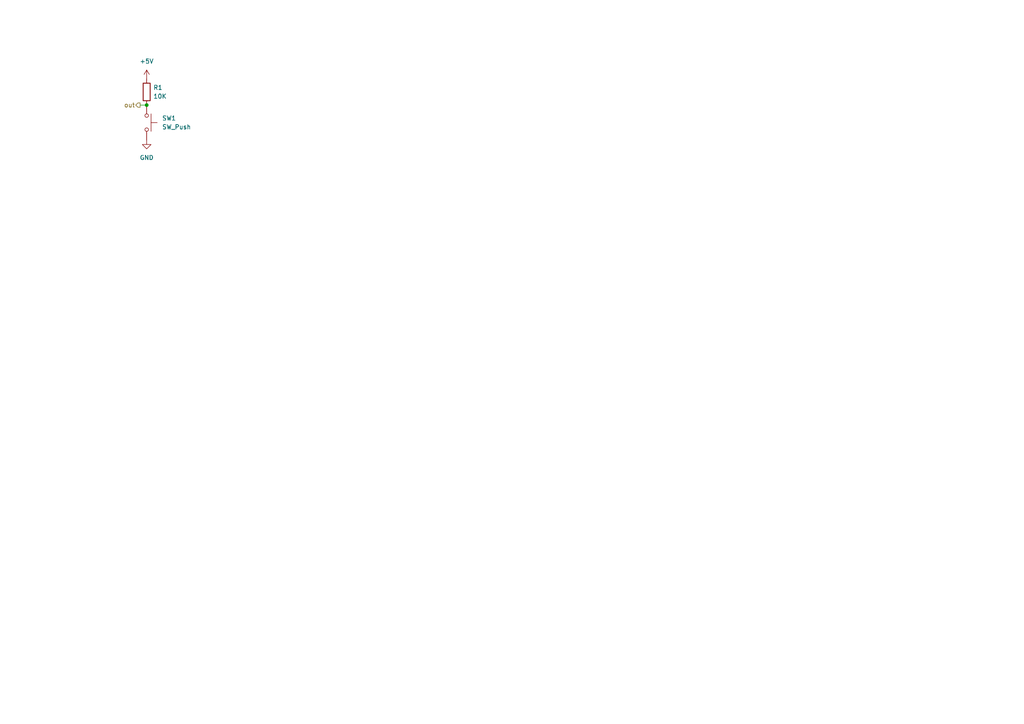
<source format=kicad_sch>
(kicad_sch (version 20211123) (generator eeschema)
  (paper "A4")
  (lib_symbols
    (symbol "ex00:Resistance" (pin_numbers hide) (pin_names (offset 0))
      (property "Reference" "R" (at 0 2.54 0))
      (property "Value" "Resistance" (at 0 5.08 0))
      (symbol "Resistance_0_1"
        (rectangle (start -2.54 1.016) (end 2.54 -1.016) (stroke (width 0.254)))
      )
      (symbol "Resistance_1_1"
        (pin passive line (at 3.81 0 180) (length 1.27) (name "~") (number "1"))
        (pin passive line (at -3.81 0 0) (length 1.27) (name "~") (number "2"))
      )
    )
    (symbol "ex00:SW_Push" (pin_numbers hide) (pin_names (offset 1.016) hide)
      (property "Reference" "SW" (at 1.27 2.54 0))
      (property "Value" "SW_Push" (at 0 -1.524 0))
      (symbol "SW_Push_0_1"
        (circle (center -2.032 0) (radius 0.508))
        (polyline (pts (xy 0 1.27) (xy 0 3.048)))
        (polyline (pts (xy 2.54 1.27) (xy -2.54 1.27)))
        (circle (center 2.032 0) (radius 0.508))
        (pin passive line (at -5.08 0 0) (length 2.54) (name "1") (number "1"))
        (pin passive line (at 5.08 0 180) (length 2.54) (name "2") (number "2"))
      )
    )
    (symbol "power:+5V" (power) (pin_names (offset 0))
      (property "Value" "+5V" (at 0 3.556 0))
      (symbol "+5V_0_1"
        (polyline (pts (xy -0.762 1.27) (xy 0 2.54)))
        (polyline (pts (xy 0 0) (xy 0 2.54)))
        (polyline (pts (xy 0 2.54) (xy 0.762 1.27)))
      )
      (symbol "+5V_1_1"
        (pin power_in line (at 0 0 90) (length 0) hide (name "+5V") (number "1"))
      )
    )
    (symbol "power:GND" (power) (pin_names (offset 0))
      (property "Value" "GND" (at 0 -3.81 0))
      (symbol "GND_0_1"
        (polyline (pts (xy 0 0) (xy 0 -1.27) (xy 1.27 -1.27) (xy 0 -2.54) (xy -1.27 -1.27) (xy 0 -1.27)))
      )
      (symbol "GND_1_1"
        (pin power_in line (at 0 0 270) (length 0) hide (name "GND") (number "1"))
      )
    )
  )
  (junction (at 42.545 30.48))
  (wire (pts (xy 40.64 30.48) (xy 42.545 30.48)))
  (hierarchical_label "out" (shape output) (at 40.64 30.48 180))
  (symbol (lib_id "ex00:SW_Push") (at 42.545 35.56 270)
    (property "Reference" "SW1" (at 46.99 34.2899 90) (effects (justify left)))
    (property "Value" "SW_Push" (at 46.99 36.8299 90) (effects (justify left)))
    (property "Footprint" "cao_empreintes_cheat:SW_SPST_B3U-1000P" (effects hide))
  )
  (symbol (lib_id "power:GND") (at 42.545 40.64 0)
    (property "Reference" "#PWR0122" (effects hide))
    (property "Value" "GND" (at 42.545 45.72 0))
  )
  (symbol (lib_id "ex00:Resistance") (at 42.545 26.67 90)
    (property "Reference" "R1" (at 44.45 25.3999 90) (effects (justify right)))
    (property "Value" "10K" (at 44.45 27.9399 90) (effects (justify right)))
    (property "Footprint" "cao_empreintes_cheat:R_0603_1608Metric" (effects hide))
  )
  (symbol (lib_id "power:+5V") (at 42.545 22.86 0)
    (property "Reference" "#PWR0121" (effects hide))
    (property "Value" "+5V" (at 42.545 17.78 0))
  )
)
</source>
